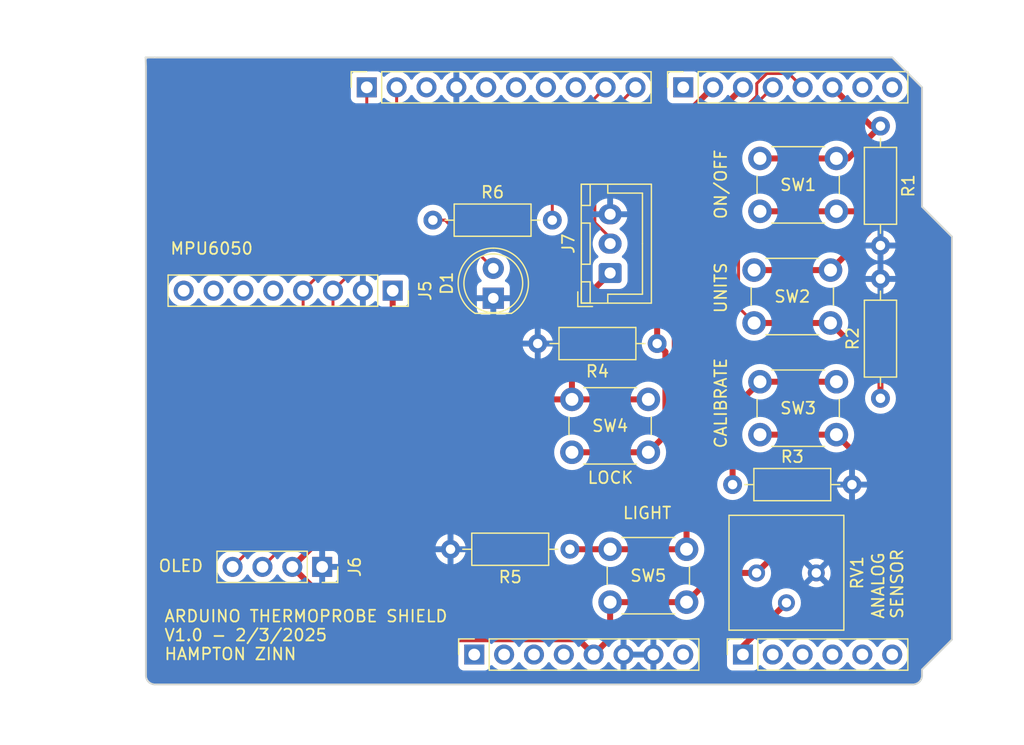
<source format=kicad_pcb>
(kicad_pcb (version 20240108) (generator "pcbnew") (generator_version "8.0")
  (title_block (date "mar. 31 mars 2015"))
  (layers (0 "F.Cu" signal) (31 "B.Cu" power) (34 "B.Paste" user) (35 "F.Paste" user) (36 "B.SilkS" user "B.Silkscreen") (37 "F.SilkS" user "F.Silkscreen") (38 "B.Mask" user) (39 "F.Mask" user) (44 "Edge.Cuts" user))
  (net 0 "")
  (net 1 "GND")
  (net 3 "+5V")
  (net 4 "/IOREF")
  (net 5 "/A1")
  (net 6 "/A2")
  (net 7 "/A3")
  (net 8 "/SDA{slash}A4")
  (net 9 "/SCL{slash}A5")
  (net 10 "/13")
  (net 11 "/12")
  (net 12 "/AREF")
  (net 13 "/temp_digital")
  (net 14 "/7")
  (net 15 "/*11")
  (net 16 "/*10")
  (net 17 "/TX{slash}1")
  (net 18 "/RX{slash}0")
  (net 19 "+3V3")
  (net 20 "VCC")
  (net 21 "/~{RESET}")
  (net 22 "/I2C_SDA")
  (net 23 "/I2C_SCL")
  (net 28 "/button_onoff")
  (net 29 "/button_lock")
  (net 30 "/button_light")
  (net 31 "/button_units")
  (net 32 "/button_cal")
  (net 33 "Net-(D1-A)")
  (net 34 "/led_light")
  (net 35 "/temp_sensor")
  (footprint "Connector_PinSocket_2.54mm:PinSocket_1x08_P2.54mm_Vertical" (layer "F.Cu") (at 127.94 97.46 90)
    (property "Reference" "J1" (hide yes))
    (property "Value" "Power")
    (fp_line (start 1.33 -1.33) (end 1.33 0) (stroke (width 0.12)) (layer "F.SilkS"))
    (fp_line (start 0 -1.33) (end 1.33 -1.33) (stroke (width 0.12)) (layer "F.SilkS"))
    (fp_line (start 1.33 1.27) (end 1.33 19.11) (stroke (width 0.12)) (layer "F.SilkS"))
    (fp_line (start -1.33 1.27) (end 1.33 1.27) (stroke (width 0.12)) (layer "F.SilkS"))
    (fp_line (start -1.33 1.27) (end -1.33 19.11) (stroke (width 0.12)) (layer "F.SilkS"))
    (fp_line (start -1.33 19.11) (end 1.33 19.11) (stroke (width 0.12)) (layer "F.SilkS"))
    (pad "1" thru_hole rect (at 0 0 90) (size 1.7 1.7) (drill 1) (layers "*.Cu" "*.Mask"))
    (pad "2" thru_hole oval (at 0 2.54 90) (size 1.7 1.7) (drill 1) (layers "*.Cu" "*.Mask") (net 4 "/IOREF"))
    (pad "3" thru_hole oval (at 0 5.08 90) (size 1.7 1.7) (drill 1) (layers "*.Cu" "*.Mask") (net 21 "/~{RESET}"))
    (pad "4" thru_hole oval (at 0 7.62 90) (size 1.7 1.7) (drill 1) (layers "*.Cu" "*.Mask") (net 19 "+3V3"))
    (pad "5" thru_hole oval (at 0 10.16 90) (size 1.7 1.7) (drill 1) (layers "*.Cu" "*.Mask") (net 3 "+5V"))
    (pad "6" thru_hole oval (at 0 12.7 90) (size 1.7 1.7) (drill 1) (layers "*.Cu" "*.Mask") (net 1 "GND"))
    (pad "7" thru_hole oval (at 0 15.24 90) (size 1.7 1.7) (drill 1) (layers "*.Cu" "*.Mask") (net 1 "GND"))
    (pad "8" thru_hole oval (at 0 17.78 90) (size 1.7 1.7) (drill 1) (layers "*.Cu" "*.Mask") (net 20 "VCC"))
  )
  (footprint "Connector_PinSocket_2.54mm:PinSocket_1x06_P2.54mm_Vertical" (layer "F.Cu") (at 150.8 97.46 90)
    (property "Reference" "J3" (hide yes))
    (property "Value" "Analog")
    (fp_line (start 1.33 -1.33) (end 1.33 0) (stroke (width 0.12)) (layer "F.SilkS"))
    (fp_line (start 0 -1.33) (end 1.33 -1.33) (stroke (width 0.12)) (layer "F.SilkS"))
    (fp_line (start 1.33 1.27) (end 1.33 14.03) (stroke (width 0.12)) (layer "F.SilkS"))
    (fp_line (start -1.33 1.27) (end 1.33 1.27) (stroke (width 0.12)) (layer "F.SilkS"))
    (fp_line (start -1.33 1.27) (end -1.33 14.03) (stroke (width 0.12)) (layer "F.SilkS"))
    (fp_line (start -1.33 14.03) (end 1.33 14.03) (stroke (width 0.12)) (layer "F.SilkS"))
    (pad "1" thru_hole rect (at 0 0 90) (size 1.7 1.7) (drill 1) (layers "*.Cu" "*.Mask") (net 35 "/temp_sensor"))
    (pad "2" thru_hole oval (at 0 2.54 90) (size 1.7 1.7) (drill 1) (layers "*.Cu" "*.Mask") (net 5 "/A1"))
    (pad "3" thru_hole oval (at 0 5.08 90) (size 1.7 1.7) (drill 1) (layers "*.Cu" "*.Mask") (net 6 "/A2"))
    (pad "4" thru_hole oval (at 0 7.62 90) (size 1.7 1.7) (drill 1) (layers "*.Cu" "*.Mask") (net 7 "/A3"))
    (pad "5" thru_hole oval (at 0 10.16 90) (size 1.7 1.7) (drill 1) (layers "*.Cu" "*.Mask") (net 8 "/SDA{slash}A4"))
    (pad "6" thru_hole oval (at 0 12.7 90) (size 1.7 1.7) (drill 1) (layers "*.Cu" "*.Mask") (net 9 "/SCL{slash}A5"))
  )
  (footprint "Connector_PinSocket_2.54mm:PinSocket_1x10_P2.54mm_Vertical" (layer "F.Cu") (at 118.796 49.2 90)
    (property "Reference" "J2" (hide yes))
    (property "Value" "Digital/PWM")
    (fp_line (start 1.33 -1.33) (end 1.33 0) (stroke (width 0.12)) (layer "F.SilkS"))
    (fp_line (start 0 -1.33) (end 1.33 -1.33) (stroke (width 0.12)) (layer "F.SilkS"))
    (fp_line (start 1.33 1.27) (end 1.33 24.19) (stroke (width 0.12)) (layer "F.SilkS"))
    (fp_line (start -1.33 1.27) (end 1.33 1.27) (stroke (width 0.12)) (layer "F.SilkS"))
    (fp_line (start -1.33 1.27) (end -1.33 24.19) (stroke (width 0.12)) (layer "F.SilkS"))
    (fp_line (start -1.33 24.19) (end 1.33 24.19) (stroke (width 0.12)) (layer "F.SilkS"))
    (pad "1" thru_hole rect (at 0 0 90) (size 1.7 1.7) (drill 1) (layers "*.Cu" "*.Mask") (net 22 "/I2C_SDA"))
    (pad "2" thru_hole oval (at 0 2.54 90) (size 1.7 1.7) (drill 1) (layers "*.Cu" "*.Mask") (net 23 "/I2C_SCL"))
    (pad "3" thru_hole oval (at 0 5.08 90) (size 1.7 1.7) (drill 1) (layers "*.Cu" "*.Mask") (net 12 "/AREF"))
    (pad "4" thru_hole oval (at 0 7.62 90) (size 1.7 1.7) (drill 1) (layers "*.Cu" "*.Mask") (net 1 "GND"))
    (pad "5" thru_hole oval (at 0 10.16 90) (size 1.7 1.7) (drill 1) (layers "*.Cu" "*.Mask") (net 10 "/13"))
    (pad "6" thru_hole oval (at 0 12.7 90) (size 1.7 1.7) (drill 1) (layers "*.Cu" "*.Mask") (net 11 "/12"))
    (pad "7" thru_hole oval (at 0 15.24 90) (size 1.7 1.7) (drill 1) (layers "*.Cu" "*.Mask") (net 15 "/*11"))
    (pad "8" thru_hole oval (at 0 17.78 90) (size 1.7 1.7) (drill 1) (layers "*.Cu" "*.Mask") (net 16 "/*10"))
    (pad "9" thru_hole oval (at 0 20.32 90) (size 1.7 1.7) (drill 1) (layers "*.Cu" "*.Mask") (net 34 "/led_light"))
    (pad "10" thru_hole oval (at 0 22.86 90) (size 1.7 1.7) (drill 1) (layers "*.Cu" "*.Mask") (net 13 "/temp_digital"))
  )
  (footprint "Connector_PinSocket_2.54mm:PinSocket_1x08_P2.54mm_Vertical" (layer "F.Cu") (at 145.72 49.2 90)
    (property "Reference" "J4" (hide yes))
    (property "Value" "Digital/PWM")
    (fp_line (start 1.33 -1.33) (end 1.33 0) (stroke (width 0.12)) (layer "F.SilkS"))
    (fp_line (start 0 -1.33) (end 1.33 -1.33) (stroke (width 0.12)) (layer "F.SilkS"))
    (fp_line (start 1.33 1.27) (end 1.33 19.11) (stroke (width 0.12)) (layer "F.SilkS"))
    (fp_line (start -1.33 1.27) (end 1.33 1.27) (stroke (width 0.12)) (layer "F.SilkS"))
    (fp_line (start -1.33 1.27) (end -1.33 19.11) (stroke (width 0.12)) (layer "F.SilkS"))
    (fp_line (start -1.33 19.11) (end 1.33 19.11) (stroke (width 0.12)) (layer "F.SilkS"))
    (pad "1" thru_hole rect (at 0 0 90) (size 1.7 1.7) (drill 1) (layers "*.Cu" "*.Mask") (net 14 "/7"))
    (pad "2" thru_hole oval (at 0 2.54 90) (size 1.7 1.7) (drill 1) (layers "*.Cu" "*.Mask") (net 29 "/button_lock"))
    (pad "3" thru_hole oval (at 0 5.08 90) (size 1.7 1.7) (drill 1) (layers "*.Cu" "*.Mask") (net 30 "/button_light"))
    (pad "4" thru_hole oval (at 0 7.62 90) (size 1.7 1.7) (drill 1) (layers "*.Cu" "*.Mask") (net 31 "/button_units"))
    (pad "5" thru_hole oval (at 0 10.16 90) (size 1.7 1.7) (drill 1) (layers "*.Cu" "*.Mask") (net 32 "/button_cal"))
    (pad "6" thru_hole oval (at 0 12.7 90) (size 1.7 1.7) (drill 1) (layers "*.Cu" "*.Mask") (net 28 "/button_onoff"))
    (pad "7" thru_hole oval (at 0 15.24 90) (size 1.7 1.7) (drill 1) (layers "*.Cu" "*.Mask") (net 17 "/TX{slash}1"))
    (pad "8" thru_hole oval (at 0 17.78 90) (size 1.7 1.7) (drill 1) (layers "*.Cu" "*.Mask") (net 18 "/RX{slash}0"))
  )
  (footprint "Button_Switch_THT:SW_PUSH_6mm" (layer "F.Cu") (at 152.25 55.25)
    (property "Reference" "SW1" (at 3.25 2.25 0) (layer "F.SilkS"))
    (property "Value" "SW_SPST")
    (fp_line (start -0.25 1.5) (end -0.25 3) (stroke (width 0.12)) (layer "F.SilkS"))
    (fp_line (start 1 5.5) (end 5.5 5.5) (stroke (width 0.12)) (layer "F.SilkS"))
    (fp_line (start 5.5 -1) (end 1 -1) (stroke (width 0.12)) (layer "F.SilkS"))
    (fp_line (start 6.75 3) (end 6.75 1.5) (stroke (width 0.12)) (layer "F.SilkS"))
    (pad "1" thru_hole circle (at 0 0 90) (size 2 2) (drill 1.1) (layers "*.Cu" "*.Mask") (net 28 "/button_onoff"))
    (pad "1" thru_hole circle (at 6.5 0 90) (size 2 2) (drill 1.1) (layers "*.Cu" "*.Mask") (net 28 "/button_onoff"))
    (pad "2" thru_hole circle (at 0 4.5 90) (size 2 2) (drill 1.1) (layers "*.Cu" "*.Mask") (net 3 "+5V"))
    (pad "2" thru_hole circle (at 6.5 4.5 90) (size 2 2) (drill 1.1) (layers "*.Cu" "*.Mask") (net 3 "+5V"))
  )
  (footprint "Button_Switch_THT:SW_PUSH_6mm" (layer "F.Cu") (at 158.25 69.25 180)
    (property "Reference" "SW2" (at 3.25 2.25 0) (layer "F.SilkS"))
    (property "Value" "SW_SPST")
    (fp_line (start 6.75 3) (end 6.75 1.5) (stroke (width 0.12)) (layer "F.SilkS"))
    (fp_line (start 5.5 -1) (end 1 -1) (stroke (width 0.12)) (layer "F.SilkS"))
    (fp_line (start 1 5.5) (end 5.5 5.5) (stroke (width 0.12)) (layer "F.SilkS"))
    (fp_line (start -0.25 1.5) (end -0.25 3) (stroke (width 0.12)) (layer "F.SilkS"))
    (pad "1" thru_hole circle (at 0 0 270) (size 2 2) (drill 1.1) (layers "*.Cu" "*.Mask") (net 31 "/button_units"))
    (pad "1" thru_hole circle (at 6.5 0 270) (size 2 2) (drill 1.1) (layers "*.Cu" "*.Mask") (net 31 "/button_units"))
    (pad "2" thru_hole circle (at 0 4.5 270) (size 2 2) (drill 1.1) (layers "*.Cu" "*.Mask") (net 3 "+5V"))
    (pad "2" thru_hole circle (at 6.5 4.5 270) (size 2 2) (drill 1.1) (layers "*.Cu" "*.Mask") (net 3 "+5V"))
  )
  (footprint "Resistor_THT:R_Axial_DIN0207_L6.3mm_D2.5mm_P10.16mm_Horizontal" (layer "F.Cu") (at 124.42 60.5)
    (property "Reference" "R6" (at 5.08 -2.37 0) (layer "F.SilkS"))
    (property "Value" "1k")
    (fp_line (start 1.04 0) (end 1.81 0) (stroke (width 0.12)) (layer "F.SilkS"))
    (fp_line (start 1.81 -1.37) (end 1.81 1.37) (stroke (width 0.12)) (layer "F.SilkS"))
    (fp_line (start 1.81 1.37) (end 8.35 1.37) (stroke (width 0.12)) (layer "F.SilkS"))
    (fp_line (start 8.35 -1.37) (end 1.81 -1.37) (stroke (width 0.12)) (layer "F.SilkS"))
    (fp_line (start 8.35 1.37) (end 8.35 -1.37) (stroke (width 0.12)) (layer "F.SilkS"))
    (fp_line (start 9.12 0) (end 8.35 0) (stroke (width 0.12)) (layer "F.SilkS"))
    (pad "1" thru_hole circle (at 0 0) (size 1.6 1.6) (drill 0.8) (layers "*.Cu" "*.Mask") (net 33 "Net-(D1-A)"))
    (pad "2" thru_hole oval (at 10.16 0) (size 1.6 1.6) (drill 0.8) (layers "*.Cu" "*.Mask") (net 34 "/led_light"))
  )
  (footprint "Resistor_THT:R_Axial_DIN0207_L6.3mm_D2.5mm_P10.16mm_Horizontal" (layer "F.Cu") (at 136.08 88.5 180)
    (property "Reference" "R5" (at 5.08 -2.37 0) (layer "F.SilkS"))
    (property "Value" "100k")
    (fp_line (start 9.12 0) (end 8.35 0) (stroke (width 0.12)) (layer "F.SilkS"))
    (fp_line (start 8.35 1.37) (end 8.35 -1.37) (stroke (width 0.12)) (layer "F.SilkS"))
    (fp_line (start 8.35 -1.37) (end 1.81 -1.37) (stroke (width 0.12)) (layer "F.SilkS"))
    (fp_line (start 1.81 1.37) (end 8.35 1.37) (stroke (width 0.12)) (layer "F.SilkS"))
    (fp_line (start 1.81 -1.37) (end 1.81 1.37) (stroke (width 0.12)) (layer "F.SilkS"))
    (fp_line (start 1.04 0) (end 1.81 0) (stroke (width 0.12)) (layer "F.SilkS"))
    (pad "1" thru_hole circle (at 0 0 180) (size 1.6 1.6) (drill 0.8) (layers "*.Cu" "*.Mask") (net 30 "/button_light"))
    (pad "2" thru_hole oval (at 10.16 0 180) (size 1.6 1.6) (drill 0.8) (layers "*.Cu" "*.Mask") (net 1 "GND"))
  )
  (footprint "Resistor_THT:R_Axial_DIN0207_L6.3mm_D2.5mm_P10.16mm_Horizontal" (layer "F.Cu") (at 143.5 71 180)
    (property "Reference" "R4" (at 5.08 -2.37 0) (layer "F.SilkS"))
    (property "Value" "100k")
    (fp_line (start 9.12 0) (end 8.35 0) (stroke (width 0.12)) (layer "F.SilkS"))
    (fp_line (start 8.35 1.37) (end 8.35 -1.37) (stroke (width 0.12)) (layer "F.SilkS"))
    (fp_line (start 8.35 -1.37) (end 1.81 -1.37) (stroke (width 0.12)) (layer "F.SilkS"))
    (fp_line (start 1.81 1.37) (end 8.35 1.37) (stroke (width 0.12)) (layer "F.SilkS"))
    (fp_line (start 1.81 -1.37) (end 1.81 1.37) (stroke (width 0.12)) (layer "F.SilkS"))
    (fp_line (start 1.04 0) (end 1.81 0) (stroke (width 0.12)) (layer "F.SilkS"))
    (pad "1" thru_hole circle (at 0 0 180) (size 1.6 1.6) (drill 0.8) (layers "*.Cu" "*.Mask") (net 29 "/button_lock"))
    (pad "2" thru_hole oval (at 10.16 0 180) (size 1.6 1.6) (drill 0.8) (layers "*.Cu" "*.Mask") (net 1 "GND"))
  )
  (footprint "Resistor_THT:R_Axial_DIN0207_L6.3mm_D2.5mm_P10.16mm_Horizontal" (layer "F.Cu") (at 162.5 52.5 -90)
    (property "Reference" "R1" (at 5.08 -2.37 90) (layer "F.SilkS"))
    (property "Value" "100k")
    (fp_line (start 1.81 1.37) (end 8.35 1.37) (stroke (width 0.12)) (layer "F.SilkS"))
    (fp_line (start 8.35 1.37) (end 8.35 -1.37) (stroke (width 0.12)) (layer "F.SilkS"))
    (fp_line (start 1.04 0) (end 1.81 0) (stroke (width 0.12)) (layer "F.SilkS"))
    (fp_line (start 9.12 0) (end 8.35 0) (stroke (width 0.12)) (layer "F.SilkS"))
    (fp_line (start 1.81 -1.37) (end 1.81 1.37) (stroke (width 0.12)) (layer "F.SilkS"))
    (fp_line (start 8.35 -1.37) (end 1.81 -1.37) (stroke (width 0.12)) (layer "F.SilkS"))
    (pad "1" thru_hole circle (at 0 0 270) (size 1.6 1.6) (drill 0.8) (layers "*.Cu" "*.Mask") (net 28 "/button_onoff"))
    (pad "2" thru_hole oval (at 10.16 0 270) (size 1.6 1.6) (drill 0.8) (layers "*.Cu" "*.Mask") (net 1 "GND"))
  )
  (footprint "Resistor_THT:R_Axial_DIN0207_L6.3mm_D2.5mm_P10.16mm_Horizontal" (layer "F.Cu") (at 149.92 83)
    (property "Reference" "R3" (at 5.08 -2.37 0) (layer "F.SilkS"))
    (property "Value" "100k")
    (fp_line (start 1.04 0) (end 1.81 0) (stroke (width 0.12)) (layer "F.SilkS"))
    (fp_line (start 1.81 -1.37) (end 1.81 1.37) (stroke (width 0.12)) (layer "F.SilkS"))
    (fp_line (start 1.81 1.37) (end 8.35 1.37) (stroke (width 0.12)) (layer "F.SilkS"))
    (fp_line (start 8.35 -1.37) (end 1.81 -1.37) (stroke (width 0.12)) (layer "F.SilkS"))
    (fp_line (start 8.35 1.37) (end 8.35 -1.37) (stroke (width 0.12)) (layer "F.SilkS"))
    (fp_line (start 9.12 0) (end 8.35 0) (stroke (width 0.12)) (layer "F.SilkS"))
    (pad "1" thru_hole circle (at 0 0) (size 1.6 1.6) (drill 0.8) (layers "*.Cu" "*.Mask") (net 32 "/button_cal"))
    (pad "2" thru_hole oval (at 10.16 0) (size 1.6 1.6) (drill 0.8) (layers "*.Cu" "*.Mask") (net 1 "GND"))
  )
  (footprint "Button_Switch_THT:SW_PUSH_6mm" (layer "F.Cu") (at 142.75 80.25 180)
    (property "Reference" "SW4" (at 3.25 2.25 0) (layer "F.SilkS"))
    (property "Value" "SW_SPST")
    (fp_line (start 6.75 3) (end 6.75 1.5) (stroke (width 0.12)) (layer "F.SilkS"))
    (fp_line (start 5.5 -1) (end 1 -1) (stroke (width 0.12)) (layer "F.SilkS"))
    (fp_line (start 1 5.5) (end 5.5 5.5) (stroke (width 0.12)) (layer "F.SilkS"))
    (fp_line (start -0.25 1.5) (end -0.25 3) (stroke (width 0.12)) (layer "F.SilkS"))
    (pad "1" thru_hole circle (at 0 0 270) (size 2 2) (drill 1.1) (layers "*.Cu" "*.Mask") (net 29 "/button_lock"))
    (pad "1" thru_hole circle (at 6.5 0 270) (size 2 2) (drill 1.1) (layers "*.Cu" "*.Mask") (net 29 "/button_lock"))
    (pad "2" thru_hole circle (at 0 4.5 270) (size 2 2) (drill 1.1) (layers "*.Cu" "*.Mask") (net 3 "+5V"))
    (pad "2" thru_hole circle (at 6.5 4.5 270) (size 2 2) (drill 1.1) (layers "*.Cu" "*.Mask") (net 3 "+5V"))
  )
  (footprint "Button_Switch_THT:SW_PUSH_6mm" (layer "F.Cu") (at 152.25 74.25)
    (property "Reference" "SW3" (at 3.25 2.25 0) (layer "F.SilkS"))
    (property "Value" "SW_SPST")
    (fp_line (start -0.25 1.5) (end -0.25 3) (stroke (width 0.12)) (layer "F.SilkS"))
    (fp_line (start 1 5.5) (end 5.5 5.5) (stroke (width 0.12)) (layer "F.SilkS"))
    (fp_line (start 5.5 -1) (end 1 -1) (stroke (width 0.12)) (layer "F.SilkS"))
    (fp_line (start 6.75 3) (end 6.75 1.5) (stroke (width 0.12)) (layer "F.SilkS"))
    (pad "1" thru_hole circle (at 0 0 90) (size 2 2) (drill 1.1) (layers "*.Cu" "*.Mask") (net 32 "/button_cal"))
    (pad "1" thru_hole circle (at 6.5 0 90) (size 2 2) (drill 1.1) (layers "*.Cu" "*.Mask") (net 32 "/button_cal"))
    (pad "2" thru_hole circle (at 0 4.5 90) (size 2 2) (drill 1.1) (layers "*.Cu" "*.Mask") (net 3 "+5V"))
    (pad "2" thru_hole circle (at 6.5 4.5 90) (size 2 2) (drill 1.1) (layers "*.Cu" "*.Mask") (net 3 "+5V"))
  )
  (footprint "Connector_PinSocket_2.54mm:PinSocket_1x08_P2.54mm_Vertical" (layer "F.Cu") (at 121 66.5 -90)
    (property "Reference" "J5" (at 0 -2.77 -90) (layer "F.SilkS"))
    (property "Value" "CONN_GYRO")
    (fp_line (start -1.33 19.11) (end 1.33 19.11) (stroke (width 0.12)) (layer "F.SilkS"))
    (fp_line (start -1.33 1.27) (end -1.33 19.11) (stroke (width 0.12)) (layer "F.SilkS"))
    (fp_line (start -1.33 1.27) (end 1.33 1.27) (stroke (width 0.12)) (layer "F.SilkS"))
    (fp_line (start 1.33 1.27) (end 1.33 19.11) (stroke (width 0.12)) (layer "F.SilkS"))
    (fp_line (start 0 -1.33) (end 1.33 -1.33) (stroke (width 0.12)) (layer "F.SilkS"))
    (fp_line (start 1.33 -1.33) (end 1.33 0) (stroke (width 0.12)) (layer "F.SilkS"))
    (pad "1" thru_hole rect (at 0 0 270) (size 1.7 1.7) (drill 1) (layers "*.Cu" "*.Mask") (net 3 "+5V"))
    (pad "2" thru_hole oval (at 0 2.54 270) (size 1.7 1.7) (drill 1) (layers "*.Cu" "*.Mask") (net 1 "GND"))
    (pad "3" thru_hole oval (at 0 5.08 270) (size 1.7 1.7) (drill 1) (layers "*.Cu" "*.Mask") (net 23 "/I2C_SCL"))
    (pad "4" thru_hole oval (at 0 7.62 270) (size 1.7 1.7) (drill 1) (layers "*.Cu" "*.Mask") (net 22 "/I2C_SDA"))
    (pad "5" thru_hole oval (at 0 10.16 270) (size 1.7 1.7) (drill 1) (layers "*.Cu" "*.Mask"))
    (pad "6" thru_hole oval (at 0 12.7 270) (size 1.7 1.7) (drill 1) (layers "*.Cu" "*.Mask"))
    (pad "7" thru_hole oval (at 0 15.24 270) (size 1.7 1.7) (drill 1) (layers "*.Cu" "*.Mask"))
    (pad "8" thru_hole oval (at 0 17.78 270) (size 1.7 1.7) (drill 1) (layers "*.Cu" "*.Mask"))
  )
  (footprint "Resistor_THT:R_Axial_DIN0207_L6.3mm_D2.5mm_P10.16mm_Horizontal" (layer "F.Cu") (at 162.5 75.66 90)
    (property "Reference" "R2" (at 5.08 -2.37 90) (layer "F.SilkS"))
    (property "Value" "100k")
    (fp_line (start 8.35 -1.37) (end 1.81 -1.37) (stroke (width 0.12)) (layer "F.SilkS"))
    (fp_line (start 1.81 -1.37) (end 1.81 1.37) (stroke (width 0.12)) (layer "F.SilkS"))
    (fp_line (start 9.12 0) (end 8.35 0) (stroke (width 0.12)) (layer "F.SilkS"))
    (fp_line (start 1.04 0) (end 1.81 0) (stroke (width 0.12)) (layer "F.SilkS"))
    (fp_line (start 8.35 1.37) (end 8.35 -1.37) (stroke (width 0.12)) (layer "F.SilkS"))
    (fp_line (start 1.81 1.37) (end 8.35 1.37) (stroke (width 0.12)) (layer "F.SilkS"))
    (pad "1" thru_hole circle (at 0 0 90) (size 1.6 1.6) (drill 0.8) (layers "*.Cu" "*.Mask") (net 31 "/button_units"))
    (pad "2" thru_hole oval (at 10.16 0 90) (size 1.6 1.6) (drill 0.8) (layers "*.Cu" "*.Mask") (net 1 "GND"))
  )
  (footprint "Connector_JST:JST_XH_B3B-XH-A_1x03_P2.50mm_Vertical" (layer "F.Cu") (at 139.5 65 90)
    (property "Reference" "J7" (at 2.5 -3.55 90) (layer "F.SilkS"))
    (property "Value" "Conn_01x03")
    (fp_line (start -1.6 -2.75) (end -2.85 -2.75) (stroke (width 0.12)) (layer "F.SilkS"))
    (fp_line (start -2.85 -2.75) (end -2.85 -1.5) (stroke (width 0.12)) (layer "F.SilkS"))
    (fp_line (start 7.56 -2.46) (end -2.56 -2.46) (stroke (width 0.12)) (layer "F.SilkS"))
    (fp_line (start -2.56 -2.46) (end -2.56 3.51) (stroke (width 0.12)) (layer "F.SilkS"))
    (fp_line (start 7.55 -2.45) (end 5.75 -2.45) (stroke (width 0.12)) (layer "F.SilkS"))
    (fp_line (start 5.75 -2.45) (end 5.75 -1.7) (stroke (width 0.12)) (layer "F.SilkS"))
    (fp_line (start 4.25 -2.45) (end 0.75 -2.45) (stroke (width 0.12)) (layer "F.SilkS"))
    (fp_line (start 0.75 -2.45) (end 0.75 -1.7) (stroke (width 0.12)) (layer "F.SilkS"))
    (fp_line (start -0.75 -2.45) (end -2.55 -2.45) (stroke (width 0.12)) (layer "F.SilkS"))
    (fp_line (start -2.55 -2.45) (end -2.55 -1.7) (stroke (width 0.12)) (layer "F.SilkS"))
    (fp_line (start 7.55 -1.7) (end 7.55 -2.45) (stroke (width 0.12)) (layer "F.SilkS"))
    (fp_line (start 5.75 -1.7) (end 7.55 -1.7) (stroke (width 0.12)) (layer "F.SilkS"))
    (fp_line (start 4.25 -1.7) (end 4.25 -2.45) (stroke (width 0.12)) (layer "F.SilkS"))
    (fp_line (start 0.75 -1.7) (end 4.25 -1.7) (stroke (width 0.12)) (layer "F.SilkS"))
    (fp_line (start -0.75 -1.7) (end -0.75 -2.45) (stroke (width 0.12)) (layer "F.SilkS"))
    (fp_line (start -2.55 -1.7) (end -0.75 -1.7) (stroke (width 0.12)) (layer "F.SilkS"))
    (fp_line (start 7.55 -0.2) (end 6.8 -0.2) (stroke (width 0.12)) (layer "F.SilkS"))
    (fp_line (start 6.8 -0.2) (end 6.8 2.75) (stroke (width 0.12)) (layer "F.SilkS"))
    (fp_line (start -1.8 -0.2) (end -1.8 2.75) (stroke (width 0.12)) (layer "F.SilkS"))
    (fp_line (start -2.55 -0.2) (end -1.8 -0.2) (stroke (width 0.12)) (layer "F.SilkS"))
    (fp_line (start 6.8 2.75) (end 2.5 2.75) (stroke (width 0.12)) (layer "F.SilkS"))
    (fp_line (start -1.8 2.75) (end 2.5 2.75) (stroke (width 0.12)) (layer "F.SilkS"))
    (fp_line (start 7.56 3.51) (end 7.56 -2.46) (stroke (width 0.12)) (layer "F.SilkS"))
    (fp_line (start -2.56 3.51) (end 7.56 3.51) (stroke (width 0.12)) (layer "F.SilkS"))
    (pad "1" thru_hole roundrect (at 0 0 90) (size 1.7 1.95) (drill 0.95) (layers "*.Cu" "*.Mask") (roundrect_rratio 0.147059) (net 3 "+5V"))
    (pad "2" thru_hole oval (at 2.5 0 90) (size 1.7 1.95) (drill 0.95) (layers "*.Cu" "*.Mask") (net 13 "/temp_digital"))
    (pad "3" thru_hole oval (at 5 0 90) (size 1.7 1.95) (drill 0.95) (layers "*.Cu" "*.Mask") (net 1 "GND"))
  )
  (footprint "Potentiometer_THT:Potentiometer_Bourns_3386P_Vertical" (layer "F.Cu") (at 151.96 90.515 -90)
    (property "Reference" "RV1" (at -0.015 -8.555 90) (layer "F.SilkS"))
    (property "Value" "10k")
    (fp_line (start -4.9 2.345) (end 4.87 2.345) (stroke (width 0.12)) (layer "F.SilkS"))
    (fp_line (start -4.9 -7.425) (end -4.9 2.345) (stroke (width 0.12)) (layer "F.SilkS"))
    (fp_line (start -4.9 -7.425) (end 4.87 -7.425) (stroke (width 0.12)) (layer "F.SilkS"))
    (fp_line (start 4.87 -7.425) (end 4.87 2.345) (stroke (width 0.12)) (layer "F.SilkS"))
    (pad "1" thru_hole circle (at 0 0 270) (size 1.44 1.44) (drill 0.8) (layers "*.Cu" "*.Mask") (net 3 "+5V"))
    (pad "2" thru_hole circle (at 2.54 -2.54 270) (size 1.44 1.44) (drill 0.8) (layers "*.Cu" "*.Mask") (net 35 "/temp_sensor"))
    (pad "3" thru_hole circle (at 0 -5.08 270) (size 1.44 1.44) (drill 0.8) (layers "*.Cu" "*.Mask") (net 1 "GND"))
  )
  (footprint "Button_Switch_THT:SW_PUSH_6mm" (layer "F.Cu") (at 139.5 88.5)
    (property "Reference" "SW5" (at 3.25 2.25 0) (layer "F.SilkS"))
    (property "Value" "SW_SPST")
    (fp_line (start -0.25 1.5) (end -0.25 3) (stroke (width 0.12)) (layer "F.SilkS"))
    (fp_line (start 1 5.5) (end 5.5 5.5) (stroke (width 0.12)) (layer "F.SilkS"))
    (fp_line (start 5.5 -1) (end 1 -1) (stroke (width 0.12)) (layer "F.SilkS"))
    (fp_line (start 6.75 3) (end 6.75 1.5) (stroke (width 0.12)) (layer "F.SilkS"))
    (pad "1" thru_hole circle (at 0 0 90) (size 2 2) (drill 1.1) (layers "*.Cu" "*.Mask") (net 30 "/button_light"))
    (pad "1" thru_hole circle (at 6.5 0 90) (size 2 2) (drill 1.1) (layers "*.Cu" "*.Mask") (net 30 "/button_light"))
    (pad "2" thru_hole circle (at 0 4.5 90) (size 2 2) (drill 1.1) (layers "*.Cu" "*.Mask") (net 3 "+5V"))
    (pad "2" thru_hole circle (at 6.5 4.5 90) (size 2 2) (drill 1.1) (layers "*.Cu" "*.Mask") (net 3 "+5V"))
  )
  (footprint "Connector_PinSocket_2.54mm:PinSocket_1x04_P2.54mm_Vertical" (layer "F.Cu") (at 115 90 -90)
    (property "Reference" "J6" (at 0 -2.77 90) (layer "F.SilkS"))
    (property "Value" "Conn_01x04")
    (fp_line (start -1.33 8.95) (end 1.33 8.95) (stroke (width 0.12)) (layer "F.SilkS"))
    (fp_line (start -1.33 1.27) (end -1.33 8.95) (stroke (width 0.12)) (layer "F.SilkS"))
    (fp_line (start -1.33 1.27) (end 1.33 1.27) (stroke (width 0.12)) (layer "F.SilkS"))
    (fp_line (start 1.33 1.27) (end 1.33 8.95) (stroke (width 0.12)) (layer "F.SilkS"))
    (fp_line (start 0 -1.33) (end 1.33 -1.33) (stroke (width 0.12)) (layer "F.SilkS"))
    (fp_line (start 1.33 -1.33) (end 1.33 0) (stroke (width 0.12)) (layer "F.SilkS"))
    (pad "1" thru_hole rect (at 0 0 270) (size 1.7 1.7) (drill 1) (layers "*.Cu" "*.Mask") (net 1 "GND"))
    (pad "2" thru_hole oval (at 0 2.54 270) (size 1.7 1.7) (drill 1) (layers "*.Cu" "*.Mask") (net 3 "+5V"))
    (pad "3" thru_hole oval (at 0 5.08 270) (size 1.7 1.7) (drill 1) (layers "*.Cu" "*.Mask") (net 23 "/I2C_SCL"))
    (pad "4" thru_hole oval (at 0 7.62 270) (size 1.7 1.7) (drill 1) (layers "*.Cu" "*.Mask") (net 22 "/I2C_SDA"))
  )
  (footprint "LED_THT:LED_D5.0mm" (layer "F.Cu") (at 129.56 67.14 90)
    (property "Reference" "D1" (at 1.27 -3.96 90) (layer "F.SilkS"))
    (property "Value" "LED")
    (fp_line (start -1.29 -1.545) (end -1.29 1.545) (stroke (width 0.12)) (layer "F.SilkS"))
    (fp_arc (start -1.29 -1.54483) (mid 2.071756 -2.880501) (end 4.26 -0.000048) (stroke (width 0.12)) (layer "F.SilkS"))
    (fp_arc (start 4.26 0.000048) (mid 2.071756 2.880501) (end -1.29 1.54483) (stroke (width 0.12)) (layer "F.SilkS"))
    (fp_circle (center 1.27 0) (end 3.77 0) (stroke (width 0.12)) (fill none) (layer "F.SilkS"))
    (pad "1" thru_hole rect (at 0 0 90) (size 1.8 1.8) (drill 0.9) (layers "*.Cu" "*.Mask") (net 1 "GND"))
    (pad "2" thru_hole circle (at 2.54 0 90) (size 1.8 1.8) (drill 0.9) (layers "*.Cu" "*.Mask") (net 33 "Net-(D1-A)"))
  )
  (gr_line (start 166.04 59.36) (end 168.58 61.9) (stroke (width 0.15)) (layer "Edge.Cuts"))
  (gr_line (start 100 99.238) (end 100 47.422) (stroke (width 0.15)) (layer "Edge.Cuts"))
  (gr_line (start 168.58 61.9) (end 168.58 96.19) (stroke (width 0.15)) (layer "Edge.Cuts"))
  (gr_line (start 165.278 100) (end 100.762 100) (stroke (width 0.15)) (layer "Edge.Cuts"))
  (gr_line (start 100.762 46.66) (end 163.5 46.66) (stroke (width 0.15)) (layer "Edge.Cuts"))
  (gr_arc (start 100.762 100) (mid 100.223185 99.776815) (end 100 99.238) (stroke (width 0.15)) (layer "Edge.Cuts"))
  (gr_line (start 168.58 96.19) (end 166.04 98.73) (stroke (width 0.15)) (layer "Edge.Cuts"))
  (gr_line (start 99.98 46.66) (end 100 47.422) (stroke (width 0.15)) (layer "Edge.Cuts"))
  (gr_line (start 163.5 46.66) (end 166.04 49.2) (stroke (width 0.15)) (layer "Edge.Cuts"))
  (gr_arc (start 166.04 99.238) (mid 165.816815 99.776815) (end 165.278 100) (stroke (width 0.15)) (layer "Edge.Cuts"))
  (gr_line (start 100.762 46.66) (end 99.98 46.66) (stroke (width 0.15)) (layer "Edge.Cuts"))
  (gr_line (start 166.04 49.2) (end 166.04 59.36) (stroke (width 0.15)) (layer "Edge.Cuts"))
  (gr_line (start 166.04 98.73) (end 166.04 99.238) (stroke (width 0.15)) (layer "Edge.Cuts"))
  (gr_text "ANALOG\nSENSOR" (at 164.5 94.5 90) (layer "F.SilkS") (effects (font (size 1 1)) (justify left bottom)))
  (gr_text "OLED" (at 101 90.5 0) (layer "F.SilkS") (effects (font (size 1 1)) (justify left bottom)))
  (gr_text "CALIBRATE" (at 149.5 80 90) (layer "F.SilkS") (effects (font (size 1 1)) (justify left bottom)))
  (gr_text "LIGHT" (at 140.5 86 0) (layer "F.SilkS") (effects (font (size 1 1)) (justify left bottom)))
  (gr_text "ON/OFF" (at 149.5 60.5 90) (layer "F.SilkS") (effects (font (size 1 1)) (justify left bottom)))
  (gr_text "ARDUINO THERMOPROBE SHIELD\nV1.0 - 2/3/2025\nHAMPTON ZINN" (at 101.5 98 0) (layer "F.SilkS") (effects (font (size 1 1)) (justify left bottom)))
  (gr_text "MPU6050" (at 102 63.5 0) (layer "F.SilkS") (effects (font (size 1 1)) (justify left bottom)))
  (gr_text "LOCK" (at 137.5 83 0) (layer "F.SilkS") (effects (font (size 1 1)) (justify left bottom)))
  (gr_text "UNITS\n" (at 149.5 68.5 90) (layer "F.SilkS") (effects (font (size 1 1)) (justify left bottom)))
  (segment (start 136.796 96.156) (end 118.616 96.156) (width 0.508) (layer "F.Cu") (net 3))
  (segment (start 165 62.5) (end 165 85) (width 0.508) (layer "F.Cu") (net 3))
  (segment (start 121 70.5) (end 121 66.5) (width 0.508) (layer "F.Cu") (net 3))
  (segment (start 121 70.5) (end 121 81.46) (width 0.508) (layer "F.Cu") (net 3))
  (segment (start 118.616 96.156) (end 112.46 90) (width 0.508) (layer "F.Cu") (net 3))
  (segment (start 148.485 90.515) (end 146 93) (width 0.508) (layer "F.Cu") (net 3))
  (segment (start 158.25 64.75) (end 161.5 61.5) (width 0.508) (layer "F.Cu") (net 3))
  (segment (start 138.1 97.46) (end 136.796 96.156) (width 0.508) (layer "F.Cu") (net 3))
  (segment (start 152.25 78.75) (end 158.75 78.75) (width 0.508) (layer "F.Cu") (net 3))
  (segment (start 153.975 88.5) (end 151.96 90.515) (width 0.508) (layer "F.Cu") (net 3))
  (segment (start 152.25 59.75) (end 158.75 59.75) (width 0.508) (layer "F.Cu") (net 3))
  (segment (start 162.25 59.75) (end 165 62.5) (width 0.508) (layer "F.Cu") (net 3))
  (segment (start 136.25 68.25) (end 139.5 65) (width 0.508) (layer "F.Cu") (net 3))
  (segment (start 125.75 75.75) (end 121 71) (width 0.508) (layer "F.Cu") (net 3))
  (segment (start 151.75 64.75) (end 158.25 64.75) (width 0.508) (layer "F.Cu") (net 3))
  (segment (start 158.75 78.75) (end 165 85) (width 0.508) (layer "F.Cu") (net 3))
  (segment (start 165 85.5) (end 162 88.5) (width 0.508) (layer "F.Cu") (net 3))
  (segment (start 165 85) (end 165 85.5) (width 0.508) (layer "F.Cu") (net 3))
  (segment (start 161.5 61.5) (end 161.5 59.75) (width 0.508) (layer "F.Cu") (net 3))
  (segment (start 162 88.5) (end 153.975 88.5) (width 0.508) (layer "F.Cu") (net 3))
  (segment (start 139.5 96.06) (end 138.1 97.46) (width 0.508) (layer "F.Cu") (net 3))
  (segment (start 139.5 93) (end 146 93) (width 0.508) (layer "F.Cu") (net 3))
  (segment (start 161.5 59.75) (end 162.25 59.75) (width 0.508) (layer "F.Cu") (net 3))
  (segment (start 136.25 75.75) (end 125.75 75.75) (width 0.508) (layer "F.Cu") (net 3))
  (segment (start 136.25 75.75) (end 142.75 75.75) (width 0.508) (layer "F.Cu") (net 3))
  (segment (start 136.25 75.75) (end 136.25 68.25) (width 0.508) (layer "F.Cu") (net 3))
  (segment (start 121 71) (end 121 70.5) (width 0.508) (layer "F.Cu") (net 3))
  (segment (start 158.75 59.75) (end 161.5 59.75) (width 0.508) (layer "F.Cu") (net 3))
  (segment (start 151.96 90.515) (end 148.485 90.515) (width 0.508) (layer "F.Cu") (net 3))
  (segment (start 121 81.46) (end 112.46 90) (width 0.508) (layer "F.Cu") (net 3))
  (segment (start 139.5 93) (end 139.5 96.06) (width 0.508) (layer "F.Cu") (net 3))
  (segment (start 139.5 62.5) (end 139.5 62) (width 0.25) (layer "F.Cu") (net 13))
  (segment (start 139.5 62) (end 138.2 60.7) (width 0.25) (layer "F.Cu") (net 13))
  (segment (start 138.2 52.656) (end 141.656 49.2) (width 0.25) (layer "F.Cu") (net 13))
  (segment (start 138.2 60.7) (end 138.2 52.656) (width 0.25) (layer "F.Cu") (net 13))
  (segment (start 118.796 49.2) (end 118.796 61.084) (width 0.25) (layer "F.Cu") (net 22))
  (segment (start 113.38 84) (end 113.38 66.5) (width 0.25) (layer "F.Cu") (net 22))
  (segment (start 118.796 61.084) (end 113.38 66.5) (width 0.25) (layer "F.Cu") (net 22))
  (segment (start 107.38 90) (end 113.38 84) (width 0.25) (layer "F.Cu") (net 22))
  (segment (start 115.92 84) (end 115.92 66.5) (width 0.25) (layer "F.Cu") (net 23))
  (segment (start 121.336 61.084) (end 121.336 49.2) (width 0.25) (layer "F.Cu") (net 23))
  (segment (start 109.92 90) (end 115.92 84) (width 0.25) (layer "F.Cu") (net 23))
  (segment (start 115.92 66.5) (end 121.336 61.084) (width 0.25) (layer "F.Cu") (net 23))
  (segment (start 159.75 55.25) (end 162.5 52.5) (width 0.508) (layer "F.Cu") (net 28))
  (segment (start 152.25 55.25) (end 158.75 55.25) (width 0.508) (layer "F.Cu") (net 28))
  (segment (start 161.72 52.5) (end 158.42 49.2) (width 0.508) (layer "F.Cu") (net 28))
  (segment (start 162.5 52.5) (end 161.72 52.5) (width 0.508) (layer "F.Cu") (net 28))
  (segment (start 158.75 55.25) (end 159.75 55.25) (width 0.508) (layer "F.Cu") (net 28))
  (segment (start 143.5 53.96) (end 148.26 49.2) (width 0.508) (layer "F.Cu") (net 29))
  (segment (start 144.204 71.704) (end 143.5 71) (width 0.508) (layer "F.Cu") (net 29))
  (segment (start 143.5 71) (end 143.5 53.96) (width 0.508) (layer "F.Cu") (net 29))
  (segment (start 142.75 80.25) (end 136.25 80.25) (width 0.508) (layer "F.Cu") (net 29))
  (segment (start 144.204 78.796) (end 144.204 71.704) (width 0.508) (layer "F.Cu") (net 29))
  (segment (start 142.75 80.25) (end 144.204 78.796) (width 0.508) (layer "F.Cu") (net 29))
  (segment (start 136.08 88.5) (end 139.5 88.5) (width 0.508) (layer "F.Cu") (net 30))
  (segment (start 139.5 88.5) (end 146 88.5) (width 0.508) (layer "F.Cu") (net 30))
  (segment (start 145 55) (end 150.8 49.2) (width 0.508) (layer "F.Cu") (net 30))
  (segment (start 146 88.5) (end 146 75.273424) (width 0.508) (layer "F.Cu") (net 30))
  (segment (start 146 75.273424) (end 145 74.273424) (width 0.508) (layer "F.Cu") (net 30))
  (segment (start 145 74.273424) (end 145 55) (width 0.508) (layer "F.Cu") (net 30))
  (segment (start 151.75 69.25) (end 158.25 69.25) (width 0.508) (layer "F.Cu") (net 31))
  (segment (start 158.25 69.25) (end 162.5 73.5) (width 0.508) (layer "F.Cu") (net 31))
  (segment (start 153.34 49.2) (end 150.425 52.115) (width 0.25) (layer "F.Cu") (net 31))
  (segment (start 150.425 67.925) (end 151.75 69.25) (width 0.25) (layer "F.Cu") (net 31))
  (segment (start 162.5 73.5) (end 162.5 75.66) (width 0.508) (layer "F.Cu") (net 31))
  (segment (start 150.425 52.115) (end 150.425 67.925) (width 0.25) (layer "F.Cu") (net 31))
  (segment (start 151.975 48.878299) (end 151.975 49.928604) (width 0.25) (layer "F.Cu") (net 32))
  (segment (start 149.92 76.58) (end 152.25 74.25) (width 0.508) (layer "F.Cu") (net 32))
  (segment (start 152.828299 48.025) (end 151.975 48.878299) (width 0.25) (layer "F.Cu") (net 32))
  (segment (start 154.705 48.025) (end 152.828299 48.025) (width 0.25) (layer "F.Cu") (net 32))
  (segment (start 155.88 49.2) (end 154.705 48.025) (width 0.25) (layer "F.Cu") (net 32))
  (segment (start 149.92 83) (end 149.92 76.58) (width 0.508) (layer "F.Cu") (net 32))
  (segment (start 152.25 74.25) (end 158.75 74.25) (width 0.508) (layer "F.Cu") (net 32))
  (segment (start 151.975 49.928604) (end 149.92 51.983604) (width 0.25) (layer "F.Cu") (net 32))
  (segment (start 149.92 51.983604) (end 149.92 83) (width 0.25) (layer "F.Cu") (net 32))
  (segment (start 129.56 64.6) (end 125.46 60.5) (width 0.25) (layer "F.Cu") (net 33))
  (segment (start 125.46 60.5) (end 124.42 60.5) (width 0.25) (layer "F.Cu") (net 33))
  (segment (start 139.08 49.236) (end 139.116 49.2) (width 0.508) (layer "F.Cu") (net 34))
  (segment (start 134.58 60.5) (end 134.58 53.736) (width 0.25) (layer "F.Cu") (net 34))
  (segment (start 134.58 53.736) (end 139.116 49.2) (width 0.25) (layer "F.Cu") (net 34))
  (segment (start 150.8 96.755) (end 150.8 97.46) (width 0.508) (layer "F.Cu") (net 35))
  (segment (start 154.5 93.055) (end 150.8 96.755) (width 0.508) (layer "F.Cu") (net 35))
  (zone (net 1) (net_name "GND") (layer "B.Cu") (connect_pads (clearance 0.508)) (min_thickness 0.25) (fill yes (thermal_gap 0.5) (thermal_bridge_width 0.5))
    (polygon (pts (xy 87.59 41.77) (xy 174.72 41.88) (xy 174.17 105.16) (xy 88.77 105.16)))
  )
)
</source>
